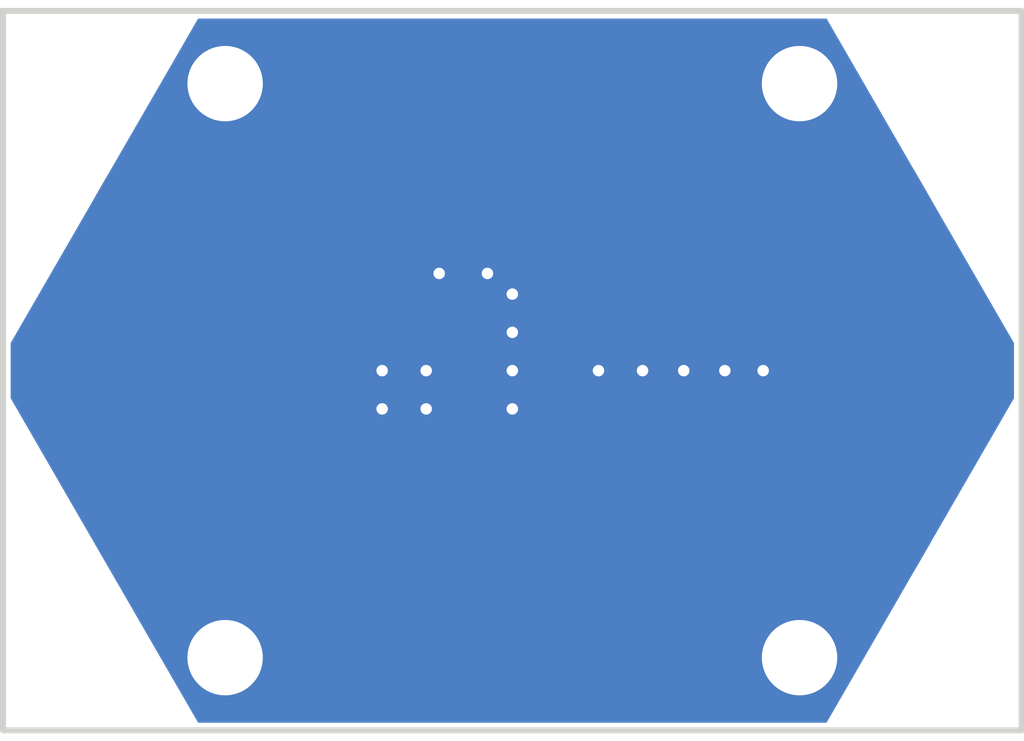
<source format=kicad_pcb>
(kicad_pcb (version 20241229) (generator "pcbnew") (generator_version "9.0")
  (layers (0 "F.Cu" signal) (2 "B.Cu" signal) (13 "F.Paste" user) (15 "B.Paste" user) (5 "F.SilkS" user "F.Silkscreen") (7 "B.SilkS" user "B.Silkscreen") (1 "F.Mask" user) (3 "B.Mask" user) (25 "Edge.Cuts" user))
  (net 0 "")
  (net 1 "gnd")
  (footprint "MountingHole:MountingHole_2.5mm" (layer "F.Cu") (at 7.366 -21.463)
    (property "Reference" "REF**" (hide yes))
    (property "Value" "MountingHole_2.5mm" (hide yes))
    (pad "" np_thru_hole circle (at 0 0) (size 2.5 2.5) (drill 2.5) (layers "*.Cu" "*.Mask"))
  )
  (footprint "MountingHole:MountingHole_2.5mm" (layer "F.Cu") (at 26.416 -2.413)
    (property "Reference" "REF**" (hide yes))
    (property "Value" "MountingHole_2.5mm" (hide yes))
    (pad "" np_thru_hole circle (at 0 0) (size 2.5 2.5) (drill 2.5) (layers "*.Cu" "*.Mask"))
  )
  (footprint "MountingHole:MountingHole_2.5mm" (layer "F.Cu") (at 26.416 -21.463)
    (property "Reference" "REF**" (hide yes))
    (property "Value" "MountingHole_2.5mm" (hide yes))
    (pad "" np_thru_hole circle (at 0 0) (size 2.5 2.5) (drill 2.5) (layers "*.Cu" "*.Mask"))
  )
  (footprint "MountingHole:MountingHole_2.5mm" (layer "F.Cu") (at 7.366 -2.413)
    (property "Reference" "REF**" (hide yes))
    (property "Value" "MountingHole_2.5mm" (hide yes))
    (pad "" np_thru_hole circle (at 0 0) (size 2.5 2.5) (drill 2.5) (layers "*.Cu" "*.Mask"))
  )
  (gr_poly (pts (xy 16.129 -13.589) (xy 15.621 -13.589) (xy 15.621 -14.1478) (xy 15.621 -14.1732) (xy 15.61846 -14.19606) (xy 15.61338 -14.22146) (xy 15.6083 -14.24432) (xy 15.60068 -14.26972) (xy 15.59052 -14.29258) (xy 15.58036 -14.31544) (xy 15.56766 -14.33576) (xy 15.55242 -14.35608) (xy 15.53718 -14.3764) (xy 15.52194 -14.39418) (xy 15.50416 -14.41196) (xy 15.48638 -14.4272) (xy 15.46606 -14.44244) (xy 15.4432 -14.45514) (xy 15.42288 -14.46784) (xy 15.40002 -14.478) (xy 15.37716 -14.48562) (xy 15.35176 -14.49324) (xy 15.3289 -14.49832) (xy 15.3035 -14.50086) (xy 15.28064 -14.5034) (xy 15.25524 -14.5034) (xy 15.22984 -14.50086) (xy 15.20444 -14.49832) (xy 15.18158 -14.49324) (xy 15.15872 -14.48562) (xy 15.13332 -14.478) (xy 15.11046 -14.46784) (xy 15.09014 -14.45768) (xy 15.06728 -14.44498) (xy 15.0495 -14.42974) (xy 15.02918 -14.4145) (xy 15.0114 -14.39672) (xy 14.99362 -14.37894) (xy 14.97838 -14.35862) (xy 14.96568 -14.3383) (xy 14.95298 -14.31798) (xy 14.94282 -14.29512) (xy 14.93266 -14.27226) (xy 14.92504 -14.2494) (xy 14.91742 -14.224) (xy 14.91488 -14.20114) (xy 14.9098 -14.17574) (xy 14.9098 -14.1478) (xy 14.9098 -13.9446) (xy 11.63574 -13.9446) (xy 3.57124 -18.60042) (xy 3.01244 -17.63268) (xy 11.33602 -12.827) (xy 16.129 -12.827)) (fill yes) (layer "F.Cu"))
  (gr_poly (pts (xy 17.653 -11.049) (xy 17.653 -10.287) (xy 19.304 -10.287) (xy 19.81708 -9.9314) (xy 22.14626 -9.9314) (xy 30.21076 -5.27558) (xy 30.76956 -6.24332) (xy 22.44598 -11.049)) (fill yes) (layer "F.Cu"))
  (gr_circle (center 14.60246 -8.15594) (end 15.61846 -8.15594) (fill yes) (layer "F.Cu"))
  (gr_poly (pts (xy 12.065 -12.319) (xy 12.065 -10.287) (xy 17.3355 -10.287) (xy 17.3355 -11.557) (xy 25.65908 -11.557) (xy 25.65908 -12.319) (xy 17.3355 -12.319) (xy 17.3355 -14.8717) (xy 16.6878 -15.5194) (xy 13.9573 -15.5194) (xy 13.9573 -14.8082) (xy 16.4465 -14.8082) (xy 16.4465 -12.319)) (fill yes) (layer "F.Cu") (net 1))
  (gr_poly (pts (xy 17.653 -12.827) (xy 17.653 -13.589) (xy 19.304 -13.589) (xy 19.81708 -13.9446) (xy 22.14626 -13.9446) (xy 30.21076 -18.60042) (xy 30.76956 -17.63268) (xy 22.44598 -12.827)) (fill yes) (layer "F.Cu"))
  (gr_poly (pts (xy 33.528 -11.02106) (xy 33.528 -12.85494) (xy 27.31262 -23.622) (xy 6.46938 -23.622) (xy 0.254 -12.85494) (xy 0.254 -11.02106) (xy 6.46938 -0.254) (xy 27.31262 -0.254)) (fill yes) (layer "B.Cu") (net 1))
  (gr_rect (start 0 -23.876) (end 33.782 0) (stroke (width 0.2)) (fill no) (layer "Edge.Cuts"))
  (segment (start 19.7485 -20.74164) (end 19.86788 -20.38096) (width 0.1778) (layer "F.Cu") (net 0))
  (segment (start 16.96974 -3.92684) (end 19.0246 -3.92684) (width 0.1778) (layer "F.Cu") (net 0))
  (segment (start 18.8595 -22.31644) (end 17.89176 -20.13712) (width 0.1778) (layer "F.Cu") (net 0))
  (segment (start 10.96264 -5.2578) (end 9.63168 -3.32232) (width 0.1778) (layer "F.Cu") (net 0))
  (segment (start 15.85976 -4.53136) (end 15.7607 -4.29006) (width 0.1778) (layer "F.Cu") (net 0))
  (segment (start 20.93722 -19.79676) (end 21.17852 -19.89582) (width 0.1778) (layer "F.Cu") (net 0))
  (segment (start 16.002 -4.77266) (end 16.002 -4.53136) (width 0.1778) (layer "F.Cu") (net 0))
  (segment (start 19.84756 -21.3487) (end 19.84756 -20.74164) (width 0.1778) (layer "F.Cu") (net 0))
  (segment (start 21.16074 -4.29006) (end 20.91944 -3.92684) (width 0.1778) (layer "F.Cu") (net 0))
  (segment (start 9.63168 -3.32232) (end 11.44778 -3.32232) (width 0.1778) (layer "F.Cu") (net 0))
  (segment (start 21.17852 -22.19452) (end 20.93722 -22.29358) (width 0.1778) (layer "F.Cu") (net 0))
  (segment (start 18.73758 -21.70938) (end 17.89176 -19.77644) (width 0.1778) (layer "F.Cu") (net 0))
  (segment (start 21.17852 -22.0726) (end 20.93722 -22.1742) (width 0.1778) (layer "F.Cu") (net 0))
  (segment (start 12.65682 -4.73202) (end 12.89812 -4.97332) (width 0.1778) (layer "F.Cu") (net 0))
  (segment (start 15.9004 -4.29006) (end 15.6591 -3.92684) (width 0.1778) (layer "F.Cu") (net 0))
  (segment (start 21.16074 -5.01396) (end 21.26234 -4.77266) (width 0.1778) (layer "F.Cu") (net 0))
  (segment (start 19.86788 -21.70938) (end 19.7485 -21.3487) (width 0.1778) (layer "F.Cu") (net 0))
  (segment (start 20.21332 -5.13588) (end 20.45716 -5.23494) (width 0.1778) (layer "F.Cu") (net 0))
  (segment (start 21.06168 -3.92684) (end 19.97202 -2.7178) (width 0.1778) (layer "F.Cu") (net 0))
  (segment (start 20.21078 -22.19452) (end 19.96948 -21.95322) (width 0.1778) (layer "F.Cu") (net 0))
  (segment (start 14.5923 -4.65074) (end 14.5923 -4.77266) (width 0.1778) (layer "F.Cu") (net 0))
  (segment (start 14.69136 -4.65074) (end 14.69136 -4.77266) (width 0.1778) (layer "F.Cu") (net 0))
  (segment (start 12.89812 -2.67716) (end 13.02004 -2.67716) (width 0.1778) (layer "F.Cu") (net 0))
  (segment (start 13.34516 -20.14982) (end 11.10996 -20.14982) (width 0.38997) (layer "F.Cu") (net 0))
  (segment (start 21.3995 -20.38096) (end 21.52142 -20.38096) (width 0.1778) (layer "F.Cu") (net 0))
  (segment (start 14.81328 -5.13588) (end 15.05458 -5.23494) (width 0.1778) (layer "F.Cu") (net 0))
  (segment (start 20.93722 -19.91614) (end 21.17852 -20.01774) (width 0.1778) (layer "F.Cu") (net 0))
  (segment (start 20.21078 -20.01774) (end 20.45208 -19.91614) (width 0.1778) (layer "F.Cu") (net 0))
  (segment (start 14.69136 -4.77266) (end 14.79296 -5.01396) (width 0.1778) (layer "F.Cu") (net 0))
  (segment (start 19.99234 -4.65074) (end 19.99234 -4.77266) (width 0.1778) (layer "F.Cu") (net 0))
  (segment (start 21.3995 -21.70938) (end 21.2979 -21.95322) (width 0.1778) (layer "F.Cu") (net 0))
  (segment (start 12.65682 -4.87172) (end 13.02004 -5.23494) (width 0.1778) (layer "F.Cu") (net 0))
  (segment (start 22.48662 -22.31644) (end 22.48662 -19.89582) (width 0.1778) (layer "F.Cu") (net 0))
  (segment (start 21.2979 -21.95322) (end 21.17852 -22.0726) (width 0.1778) (layer "F.Cu") (net 0))
  (segment (start 15.78102 -5.13588) (end 15.9004 -5.01396) (width 0.1778) (layer "F.Cu") (net 0))
  (segment (start 20.45208 -19.91614) (end 20.93722 -19.91614) (width 0.1778) (layer "F.Cu") (net 0))
  (segment (start 15.9004 -5.01396) (end 16.002 -4.77266) (width 0.1778) (layer "F.Cu") (net 0))
  (segment (start 22.36724 -19.77644) (end 23.81758 -19.77644) (width 0.1778) (layer "F.Cu") (net 0))
  (segment (start 15.6591 -3.92684) (end 14.57198 -2.7178) (width 0.1778) (layer "F.Cu") (net 0))
  (segment (start 23.45944 -4.89458) (end 22.36978 -3.32232) (width 0.1778) (layer "F.Cu") (net 0))
  (segment (start 15.17142 -19.33702) (end 15.17142 -20.14982) (width 0.38997) (layer "F.Cu") (net 0))
  (segment (start 22.2504 -3.32232) (end 24.06396 -3.32232) (width 0.1778) (layer "F.Cu") (net 0))
  (segment (start 23.45944 -4.89458) (end 23.45944 -2.7178) (width 0.1778) (layer "F.Cu") (net 0))
  (segment (start 16.12138 -2.83718) (end 16.12138 -2.7178) (width 0.1778) (layer "F.Cu") (net 0))
  (segment (start 18.73758 -21.70938) (end 18.73758 -19.77644) (width 0.1778) (layer "F.Cu") (net 0))
  (segment (start 19.86788 -20.38096) (end 19.96948 -20.13712) (width 0.1778) (layer "F.Cu") (net 0))
  (segment (start 20.45716 -5.23494) (end 20.93976 -5.23494) (width 0.1778) (layer "F.Cu") (net 0))
  (segment (start 16.92402 -22.31644) (end 16.92402 -19.77644) (width 0.1778) (layer "F.Cu") (net 0))
  (segment (start 22.48662 -19.89582) (end 23.81758 -19.89582) (width 0.1778) (layer "F.Cu") (net 0))
  (segment (start 12.89812 -4.97332) (end 12.89812 -2.67716) (width 0.1778) (layer "F.Cu") (net 0))
  (segment (start 15.57782 -20.14982) (end 15.57782 -22.17928) (width 0.38997) (layer "F.Cu") (net 0))
  (segment (start 15.51686 -5.11556) (end 15.7607 -5.01396) (width 0.1778) (layer "F.Cu") (net 0))
  (segment (start 14.57198 -4.65074) (end 14.69136 -4.65074) (width 0.1778) (layer "F.Cu") (net 0))
  (segment (start 12.41552 -4.75234) (end 12.41552 -4.63042) (width 0.1778) (layer "F.Cu") (net 0))
  (segment (start 21.2979 -20.13712) (end 21.3995 -20.38096) (width 0.1778) (layer "F.Cu") (net 0))
  (segment (start 16.96974 -3.80492) (end 19.0246 -3.80492) (width 0.1778) (layer "F.Cu") (net 0))
  (segment (start 18.73758 -19.77644) (end 18.8595 -19.77644) (width 0.1778) (layer "F.Cu") (net 0))
  (segment (start 15.7607 -4.29006) (end 15.51686 -3.92684) (width 0.1778) (layer "F.Cu") (net 0))
  (segment (start 18.8595 -22.31644) (end 18.8595 -19.77644) (width 0.1778) (layer "F.Cu") (net 0))
  (segment (start 15.03426 -5.11556) (end 15.51686 -5.11556) (width 0.1778) (layer "F.Cu") (net 0))
  (segment (start 16.92402 -22.31644) (end 17.89176 -20.13712) (width 0.1778) (layer "F.Cu") (net 0))
  (segment (start 19.9517 -2.83718) (end 21.52396 -2.83718) (width 0.1778) (layer "F.Cu") (net 0))
  (segment (start 24.06396 -3.4417) (end 24.06396 -3.32232) (width 0.1778) (layer "F.Cu") (net 0))
  (segment (start 21.52142 -21.70938) (end 21.3995 -21.70938) (width 0.1778) (layer "F.Cu") (net 0))
  (segment (start 21.26234 -4.77266) (end 21.26234 -4.53136) (width 0.1778) (layer "F.Cu") (net 0))
  (segment (start 20.193 -5.01396) (end 20.4343 -5.11556) (width 0.1778) (layer "F.Cu") (net 0))
  (segment (start 9.7536 -3.4417) (end 11.44778 -3.4417) (width 0.1778) (layer "F.Cu") (net 0))
  (segment (start 11.10996 -20.14982) (end 11.10996 -22.17928) (width 0.38997) (layer "F.Cu") (net 0))
  (segment (start 14.54912 -2.83718) (end 16.12138 -2.83718) (width 0.1778) (layer "F.Cu") (net 0))
  (segment (start 16.96974 -3.92684) (end 16.96974 -3.80492) (width 0.1778) (layer "F.Cu") (net 0))
  (segment (start 19.0246 -3.92684) (end 19.0246 -3.80492) (width 0.1778) (layer "F.Cu") (net 0))
  (segment (start 19.96948 -21.70938) (end 19.84756 -21.3487) (width 0.1778) (layer "F.Cu") (net 0))
  (segment (start 21.30298 -4.29006) (end 21.06168 -3.92684) (width 0.1778) (layer "F.Cu") (net 0))
  (segment (start 14.42974 -2.7178) (end 16.12138 -2.7178) (width 0.1778) (layer "F.Cu") (net 0))
  (segment (start 21.17852 -20.01774) (end 21.2979 -20.13712) (width 0.1778) (layer "F.Cu") (net 0))
  (segment (start 21.40204 -4.77266) (end 21.40204 -4.53136) (width 0.1778) (layer "F.Cu") (net 0))
  (segment (start 14.79296 -5.01396) (end 15.03426 -5.11556) (width 0.1778) (layer "F.Cu") (net 0))
  (segment (start 11.10996 -22.17928) (end 13.34516 -22.17928) (width 0.38997) (layer "F.Cu") (net 0))
  (segment (start 15.53972 -5.23494) (end 15.78102 -5.13588) (width 0.1778) (layer "F.Cu") (net 0))
  (segment (start 23.57882 -5.2578) (end 22.2504 -3.32232) (width 0.1778) (layer "F.Cu") (net 0))
  (segment (start 12.73556 -19.33702) (end 12.73556 -20.14982) (width 0.38997) (layer "F.Cu") (net 0))
  (segment (start 20.93722 -22.1742) (end 20.45208 -22.1742) (width 0.1778) (layer "F.Cu") (net 0))
  (segment (start 20.4343 -5.11556) (end 20.91944 -5.11556) (width 0.1778) (layer "F.Cu") (net 0))
  (segment (start 21.52396 -2.83718) (end 21.52396 -2.7178) (width 0.1778) (layer "F.Cu") (net 0))
  (segment (start 22.36724 -22.31644) (end 22.36724 -19.77644) (width 0.1778) (layer "F.Cu") (net 0))
  (segment (start 21.41982 -21.95322) (end 21.17852 -22.19452) (width 0.1778) (layer "F.Cu") (net 0))
  (segment (start 20.93976 -5.23494) (end 21.18106 -5.13588) (width 0.1778) (layer "F.Cu") (net 0))
  (segment (start 21.17852 -19.89582) (end 21.41982 -20.13712) (width 0.1778) (layer "F.Cu") (net 0))
  (segment (start 19.96948 -21.95322) (end 19.86788 -21.70938) (width 0.1778) (layer "F.Cu") (net 0))
  (segment (start 15.05458 -5.23494) (end 15.53972 -5.23494) (width 0.1778) (layer "F.Cu") (net 0))
  (segment (start 17.04594 -19.77644) (end 16.92402 -19.77644) (width 0.1778) (layer "F.Cu") (net 0))
  (segment (start 19.96948 -20.38096) (end 20.21078 -20.01774) (width 0.1778) (layer "F.Cu") (net 0))
  (segment (start 21.41982 -20.13712) (end 21.52142 -20.38096) (width 0.1778) (layer "F.Cu") (net 0))
  (segment (start 23.81758 -19.89582) (end 23.81758 -19.77644) (width 0.1778) (layer "F.Cu") (net 0))
  (segment (start 20.09394 -4.65074) (end 20.09394 -4.77266) (width 0.1778) (layer "F.Cu") (net 0))
  (segment (start 12.41552 -4.77266) (end 12.65682 -4.87172) (width 0.1778) (layer "F.Cu") (net 0))
  (segment (start 20.09394 -5.01396) (end 20.21332 -5.13588) (width 0.1778) (layer "F.Cu") (net 0))
  (segment (start 15.7607 -5.01396) (end 15.85976 -4.77266) (width 0.1778) (layer "F.Cu") (net 0))
  (segment (start 20.09394 -4.77266) (end 20.193 -5.01396) (width 0.1778) (layer "F.Cu") (net 0))
  (segment (start 12.41552 -4.63042) (end 12.65682 -4.73202) (width 0.1778) (layer "F.Cu") (net 0))
  (segment (start 20.93722 -22.29358) (end 20.21078 -22.19452) (width 0.1778) (layer "F.Cu") (net 0))
  (segment (start 22.36978 -3.4417) (end 24.06396 -3.4417) (width 0.1778) (layer "F.Cu") (net 0))
  (segment (start 15.85976 -4.77266) (end 15.85976 -4.53136) (width 0.1778) (layer "F.Cu") (net 0))
  (segment (start 17.04594 -21.70938) (end 17.04594 -19.77644) (width 0.1778) (layer "F.Cu") (net 0))
  (segment (start 17.04594 -21.70938) (end 17.89176 -19.77644) (width 0.1778) (layer "F.Cu") (net 0))
  (segment (start 21.26234 -4.53136) (end 21.16074 -4.29006) (width 0.1778) (layer "F.Cu") (net 0))
  (segment (start 21.30298 -5.01396) (end 21.40204 -4.77266) (width 0.1778) (layer "F.Cu") (net 0))
  (segment (start 19.7485 -21.3487) (end 19.7485 -20.74164) (width 0.1778) (layer "F.Cu") (net 0))
  (segment (start 20.45208 -19.79676) (end 20.93722 -19.79676) (width 0.1778) (layer "F.Cu") (net 0))
  (segment (start 13.02004 -5.23494) (end 13.02004 -2.69748) (width 0.1778) (layer "F.Cu") (net 0))
  (segment (start 20.91944 -5.11556) (end 21.16074 -5.01396) (width 0.1778) (layer "F.Cu") (net 0))
  (segment (start 16.002 -4.53136) (end 15.9004 -4.29006) (width 0.1778) (layer "F.Cu") (net 0))
  (segment (start 23.57882 -5.2578) (end 23.57882 -2.7178) (width 0.1778) (layer "F.Cu") (net 0))
  (segment (start 13.34516 -20.14982) (end 15.57782 -20.14982) (width 0.38997) (layer "F.Cu") (net 0))
  (segment (start 10.84326 -4.89458) (end 9.7536 -3.32232) (width 0.1778) (layer "F.Cu") (net 0))
  (segment (start 14.69136 -5.01396) (end 14.81328 -5.13588) (width 0.1778) (layer "F.Cu") (net 0))
  (segment (start 20.21078 -22.0726) (end 19.96948 -21.70938) (width 0.1778) (layer "F.Cu") (net 0))
  (segment (start 20.45208 -22.1742) (end 20.21078 -22.0726) (width 0.1778) (layer "F.Cu") (net 0))
  (segment (start 19.97202 -4.65074) (end 20.09394 -4.65074) (width 0.1778) (layer "F.Cu") (net 0))
  (segment (start 20.21078 -19.89582) (end 20.45208 -19.79676) (width 0.1778) (layer "F.Cu") (net 0))
  (segment (start 23.45944 -2.7178) (end 23.57882 -2.7178) (width 0.1778) (layer "F.Cu") (net 0))
  (segment (start 20.91944 -3.92684) (end 19.82978 -2.7178) (width 0.1778) (layer "F.Cu") (net 0))
  (segment (start 10.84326 -2.7178) (end 10.96264 -2.7178) (width 0.1778) (layer "F.Cu") (net 0))
  (segment (start 15.51686 -3.92684) (end 14.42974 -2.7178) (width 0.1778) (layer "F.Cu") (net 0))
  (segment (start 11.44778 -3.4417) (end 11.44778 -3.32232) (width 0.1778) (layer "F.Cu") (net 0))
  (segment (start 19.84756 -20.74164) (end 19.96948 -20.38096) (width 0.1778) (layer "F.Cu") (net 0))
  (segment (start 13.95222 -19.33702) (end 13.95222 -20.14982) (width 0.38997) (layer "F.Cu") (net 0))
  (segment (start 19.96948 -20.13712) (end 20.21078 -19.89582) (width 0.1778) (layer "F.Cu") (net 0))
  (segment (start 22.36724 -22.31644) (end 22.48662 -22.31644) (width 0.1778) (layer "F.Cu") (net 0))
  (segment (start 19.82978 -2.7178) (end 21.52396 -2.7178) (width 0.1778) (layer "F.Cu") (net 0))
  (segment (start 21.40204 -4.53136) (end 21.30298 -4.29006) (width 0.1778) (layer "F.Cu") (net 0))
  (segment (start 10.84326 -4.89458) (end 10.84326 -2.7178) (width 0.1778) (layer "F.Cu") (net 0))
  (segment (start 14.5923 -4.77266) (end 14.69136 -5.01396) (width 0.1778) (layer "F.Cu") (net 0))
  (segment (start 11.51636 -19.33702) (end 11.51636 -20.14982) (width 0.38997) (layer "F.Cu") (net 0))
  (segment (start 19.99234 -4.77266) (end 20.09394 -5.01396) (width 0.1778) (layer "F.Cu") (net 0))
  (segment (start 15.57782 -22.17928) (end 13.34516 -22.17928) (width 0.38997) (layer "F.Cu") (net 0))
  (segment (start 21.52142 -21.70938) (end 21.41982 -21.95322) (width 0.1778) (layer "F.Cu") (net 0))
  (segment (start 10.96264 -5.2578) (end 10.96264 -2.7178) (width 0.1778) (layer "F.Cu") (net 0))
  (segment (start 21.18106 -5.13588) (end 21.30298 -5.01396) (width 0.1778) (layer "F.Cu") (net 0))
  (via (at 25.2095 -11.938) (size 0.38101) (drill 0.381) (layers "F.Cu" "B.Cu") (net 1))
  (via (at 16.0655 -15.1638) (size 0.38101) (drill 0.381) (layers "F.Cu" "B.Cu") (net 1))
  (via (at 14.0335 -11.938) (size 0.38101) (drill 0.381) (layers "F.Cu" "B.Cu") (net 1))
  (via (at 23.9395 -11.938) (size 0.38101) (drill 0.381) (layers "F.Cu" "B.Cu") (net 1))
  (via (at 21.209 -11.938) (size 0.38101) (drill 0.381) (layers "F.Cu" "B.Cu") (net 1))
  (via (at 16.891 -11.938) (size 0.38101) (drill 0.381) (layers "F.Cu" "B.Cu") (net 1))
  (via (at 22.57552 -11.938) (size 0.38101) (drill 0.381) (layers "F.Cu" "B.Cu") (net 1))
  (via (at 19.7485 -11.938) (size 0.38101) (drill 0.381) (layers "F.Cu" "B.Cu") (net 1))
  (via (at 14.4653 -15.1638) (size 0.38101) (drill 0.381) (layers "F.Cu" "B.Cu") (net 1))
  (via (at 12.573 -11.938) (size 0.38101) (drill 0.381) (layers "F.Cu" "B.Cu") (net 1))
  (via (at 16.891 -13.208) (size 0.38101) (drill 0.381) (layers "F.Cu" "B.Cu") (net 1))
  (via (at 16.891 -14.478) (size 0.38101) (drill 0.381) (layers "F.Cu" "B.Cu") (net 1))
  (via (at 12.573 -10.668) (size 0.38101) (drill 0.381) (layers "F.Cu" "B.Cu") (net 1))
  (via (at 16.891 -10.668) (size 0.38101) (drill 0.381) (layers "F.Cu" "B.Cu") (net 1))
  (via (at 14.0335 -10.668) (size 0.38101) (drill 0.381) (layers "F.Cu" "B.Cu") (net 1))
)
</source>
